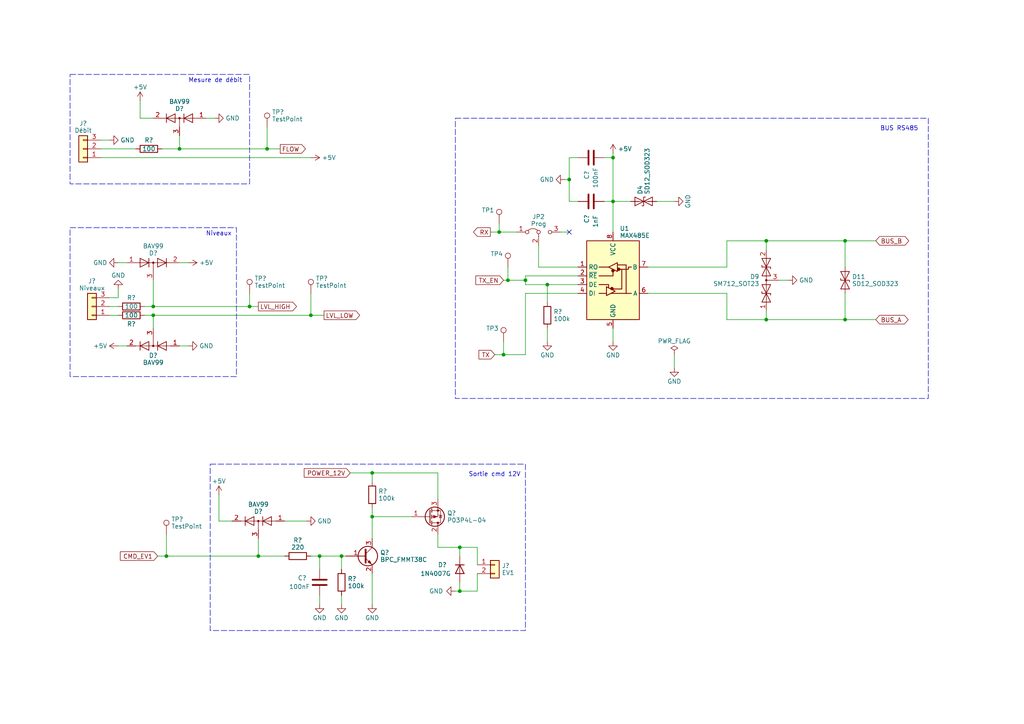
<source format=kicad_sch>
(kicad_sch (version 20230121) (generator eeschema)
  (paper "A4")
  (title_block (title "Carte de commande d'un OYA - Esclave RS485") (date "2024-05-05") (rev "G0") (company "BPC") (comment 1 "Technologie avec modules Arduino Nano / Petite carte") (comment 2 "Monitoring de tension d'alimentation") (comment 3 "1 sortie 12V/5A - 2 entrées TOR - 1 débimètre - 1 LED - Temp - RS485"))
  (lib_symbols
    (symbol "Connector:TestPoint" (pin_numbers hide) (pin_names (offset 0.762) hide)
      (property "Reference" "TP" (at 0 6.858 0))
      (property "Value" "TestPoint" (at 0 5.08 0))
      (symbol "TestPoint_0_1"
        (circle (center 0 3.302) (radius 0.762))
      )
      (symbol "TestPoint_1_1"
        (pin passive line (at 0 0 90) (length 2.54) (name "1") (number "1"))
      )
    )
    (symbol "Connector_Generic:Conn_01x02" (pin_names (offset 1.016) hide)
      (property "Reference" "J" (at 0 2.54 0))
      (property "Value" "Conn_01x02" (at 0 -5.08 0))
      (symbol "Conn_01x02_1_1"
        (rectangle (start -1.27 -2.413) (end 0 -2.667) (stroke (width 0.1524)))
        (rectangle (start -1.27 0.127) (end 0 -0.127) (stroke (width 0.1524)))
        (rectangle (start -1.27 1.27) (end 1.27 -3.81) (stroke (width 0.254)) (fill (type background)))
        (pin passive line (at -5.08 0 0) (length 3.81) (name "Pin_1") (number "1"))
        (pin passive line (at -5.08 -2.54 0) (length 3.81) (name "Pin_2") (number "2"))
      )
    )
    (symbol "Connector_Generic:Conn_01x03" (pin_names (offset 1.016) hide)
      (property "Reference" "J" (at 0 5.08 0))
      (property "Value" "Conn_01x03" (at 0 -5.08 0))
      (symbol "Conn_01x03_1_1"
        (rectangle (start -1.27 -2.413) (end 0 -2.667) (stroke (width 0.1524)))
        (rectangle (start -1.27 0.127) (end 0 -0.127) (stroke (width 0.1524)))
        (rectangle (start -1.27 2.667) (end 0 2.413) (stroke (width 0.1524)))
        (rectangle (start -1.27 3.81) (end 1.27 -3.81) (stroke (width 0.254)) (fill (type background)))
        (pin passive line (at -5.08 2.54 0) (length 3.81) (name "Pin_1") (number "1"))
        (pin passive line (at -5.08 0 0) (length 3.81) (name "Pin_2") (number "2"))
        (pin passive line (at -5.08 -2.54 0) (length 3.81) (name "Pin_3") (number "3"))
      )
    )
    (symbol "Device:C" (pin_numbers hide) (pin_names (offset 0.254))
      (property "Reference" "C" (at 0.635 2.54 0))
      (property "Value" "C" (at 0.635 -2.54 0))
      (symbol "C_0_1"
        (polyline (pts (xy -2.032 -0.762) (xy 2.032 -0.762)) (stroke (width 0.508)))
        (polyline (pts (xy -2.032 0.762) (xy 2.032 0.762)) (stroke (width 0.508)))
      )
      (symbol "C_1_1"
        (pin passive line (at 0 3.81 270) (length 2.794) (name "~") (number "1"))
        (pin passive line (at 0 -3.81 90) (length 2.794) (name "~") (number "2"))
      )
    )
    (symbol "Device:D" (pin_numbers hide) (pin_names (offset 1.016) hide)
      (property "Reference" "D" (at 0 2.54 0))
      (property "Value" "D" (at 0 -2.54 0))
      (symbol "D_0_1"
        (polyline (pts (xy -1.27 1.27) (xy -1.27 -1.27)) (stroke (width 0.254)))
        (polyline (pts (xy 1.27 0) (xy -1.27 0)))
        (polyline (pts (xy 1.27 1.27) (xy 1.27 -1.27) (xy -1.27 0) (xy 1.27 1.27)) (stroke (width 0.254)))
      )
      (symbol "D_1_1"
        (pin passive line (at -3.81 0 0) (length 2.54) (name "K") (number "1"))
        (pin passive line (at 3.81 0 180) (length 2.54) (name "A") (number "2"))
      )
    )
    (symbol "Device:R" (pin_numbers hide) (pin_names (offset 0))
      (property "Reference" "R" (at 2.032 0 90))
      (property "Value" "R" (at 0 0 90))
      (symbol "R_0_1"
        (rectangle (start -1.016 -2.54) (end 1.016 2.54) (stroke (width 0.254)))
      )
      (symbol "R_1_1"
        (pin passive line (at 0 3.81 270) (length 1.27) (name "~") (number "1"))
        (pin passive line (at 0 -3.81 90) (length 1.27) (name "~") (number "2"))
      )
    )
    (symbol "Diode:BAV99" (pin_names hide)
      (property "Reference" "D" (at 0 5.08 0))
      (property "Value" "BAV99" (at 0 2.54 0))
      (symbol "BAV99_0_1"
        (polyline (pts (xy -5.08 0) (xy 5.08 0)))
      )
      (symbol "BAV99_1_1"
        (polyline (pts (xy 0 0) (xy 0 -2.54)))
        (polyline (pts (xy -1.27 -1.27) (xy -1.27 1.27) (xy -1.27 1.27)) (stroke (width 0.2032)))
        (polyline (pts (xy 3.81 1.27) (xy 3.81 -1.27) (xy 3.81 -1.27)) (stroke (width 0.2032)))
        (polyline (pts (xy -3.81 1.27) (xy -1.27 0) (xy -3.81 -1.27) (xy -3.81 1.27) (xy -3.81 1.27) (xy -3.81 1.27)) (stroke (width 0.2032)))
        (polyline (pts (xy 1.27 1.27) (xy 3.81 0) (xy 1.27 -1.27) (xy 1.27 1.27) (xy 1.27 1.27) (xy 1.27 1.27)) (stroke (width 0.2032)))
        (circle (center 0 0) (radius 0.254) (fill (type outline)))
        (pin passive line (at -7.62 0 0) (length 2.54) (name "K") (number "1"))
        (pin passive line (at 7.62 0 180) (length 2.54) (name "A") (number "2"))
        (pin passive line (at 0 -5.08 90) (length 2.54) (name "K") (number "3"))
      )
    )
    (symbol "Diode:SD12_SOD323" (pin_numbers hide) (pin_names (offset 1.016) hide)
      (property "Reference" "D" (at 0 2.54 0))
      (property "Value" "SD12_SOD323" (at 0 -2.54 0))
      (symbol "SD12_SOD323_0_1"
        (polyline (pts (xy 1.27 0) (xy -1.27 0)))
        (polyline (pts (xy -2.54 -1.27) (xy 0 0) (xy -2.54 1.27) (xy -2.54 -1.27)) (stroke (width 0.2032)))
        (polyline (pts (xy 0.508 1.27) (xy 0 1.27) (xy 0 -1.27) (xy -0.508 -1.27)) (stroke (width 0.2032)))
        (polyline (pts (xy 2.54 1.27) (xy 2.54 -1.27) (xy 0 0) (xy 2.54 1.27)) (stroke (width 0.2032)))
      )
      (symbol "SD12_SOD323_1_1"
        (pin passive line (at -3.81 0 0) (length 2.54) (name "A1") (number "1"))
        (pin passive line (at 3.81 0 180) (length 2.54) (name "A2") (number "2"))
      )
    )
    (symbol "Diode:SM712_SOT23" (pin_names (offset 1.016) hide)
      (property "Reference" "D" (at 0 4.445 0))
      (property "Value" "SM712_SOT23" (at 0 2.54 0))
      (symbol "SM712_SOT23_0_0"
        (polyline (pts (xy 0 -1.27) (xy 0 0)))
      )
      (symbol "SM712_SOT23_0_1"
        (polyline (pts (xy -6.35 0) (xy 6.35 0)))
        (polyline (pts (xy -3.302 1.27) (xy -3.81 1.27) (xy -3.81 -1.27) (xy -4.318 -1.27)) (stroke (width 0.2032)))
        (polyline (pts (xy 4.318 1.27) (xy 3.81 1.27) (xy 3.81 -1.27) (xy 3.302 -1.27)) (stroke (width 0.2032)))
        (polyline (pts (xy -6.35 -1.27) (xy -1.27 1.27) (xy -1.27 -1.27) (xy -6.35 1.27) (xy -6.35 -1.27)) (stroke (width 0.2032)))
        (polyline (pts (xy 1.27 -1.27) (xy 1.27 1.27) (xy 6.35 -1.27) (xy 6.35 1.27) (xy 1.27 -1.27)) (stroke (width 0.2032)))
        (circle (center 0 0) (radius 0.254) (fill (type outline)))
      )
      (symbol "SM712_SOT23_1_1"
        (pin passive line (at -8.89 0 0) (length 2.54) (name "A1") (number "1"))
        (pin passive line (at 8.89 0 180) (length 2.54) (name "A2") (number "2"))
        (pin input line (at 0 -3.81 90) (length 2.54) (name "common") (number "3"))
      )
    )
    (symbol "Jumper:Jumper_3_Bridged12" (pin_names (offset 0) hide)
      (property "Reference" "JP" (at -2.54 -2.54 0))
      (property "Value" "Jumper_3_Bridged12" (at 0 2.794 0))
      (symbol "Jumper_3_Bridged12_0_0"
        (circle (center -3.302 0) (radius 0.508))
        (circle (center 0 0) (radius 0.508))
        (circle (center 3.302 0) (radius 0.508))
      )
      (symbol "Jumper_3_Bridged12_0_1"
        (arc (start -0.254 0.508) (mid -1.651 0.9912) (end -3.048 0.508))
        (polyline (pts (xy 0 -1.27) (xy 0 -0.508)))
      )
      (symbol "Jumper_3_Bridged12_1_1"
        (pin passive line (at -6.35 0 0) (length 2.54) (name "A") (number "1"))
        (pin passive line (at 0 -3.81 90) (length 2.54) (name "C") (number "2"))
        (pin passive line (at 6.35 0 180) (length 2.54) (name "B") (number "3"))
      )
    )
    (symbol "bpc:BPC_FMMT38C" (pin_names (offset 0) hide)
      (property "Reference" "Q" (at 5.08 1.27 0))
      (property "Value" "BPC_FMMT38C" (at 5.08 -1.27 0))
      (symbol "BPC_FMMT38C_0_1"
        (polyline (pts (xy 0.635 0.635) (xy 2.54 2.54)))
        (polyline (pts (xy 0.635 -0.635) (xy 2.54 -2.54) (xy 2.54 -2.54)))
        (polyline (pts (xy 0.635 1.905) (xy 0.635 -1.905) (xy 0.635 -1.905)) (stroke (width 0.508)))
        (polyline (pts (xy 1.27 -1.778) (xy 1.778 -1.27) (xy 2.286 -2.286) (xy 1.27 -1.778) (xy 1.27 -1.778)) (fill (type outline)))
        (circle (center 1.27 0) (radius 2.8194) (stroke (width 0.254)))
      )
      (symbol "BPC_FMMT38C_1_1"
        (pin input line (at -5.08 0 0) (length 5.715) (name "B") (number "1"))
        (pin passive line (at 2.54 -5.08 90) (length 2.54) (name "E") (number "2"))
        (pin passive line (at 2.54 5.08 270) (length 2.54) (name "C") (number "3"))
      )
    )
    (symbol "bpc:BPC_MAX485E"
      (property "Reference" "U" (at -6.096 11.43 0))
      (property "Value" "MAX485E" (at 0.762 11.43 0))
      (symbol "BPC_MAX485E_0_1"
        (rectangle (start -7.62 10.16) (end 7.62 -12.7) (stroke (width 0.254)) (fill (type background)))
        (circle (center -0.3048 -3.683) (radius 0.3556) (stroke (width 0.254)) (fill (type outline)))
        (circle (center -0.0254 1.4986) (radius 0.3556) (stroke (width 0.254)) (fill (type outline)))
        (polyline (pts (xy -4.064 -5.08) (xy -1.905 -5.08)) (stroke (width 0.254)))
        (polyline (pts (xy -4.064 2.54) (xy -1.27 2.54)) (stroke (width 0.254)))
        (polyline (pts (xy -1.27 -3.2004) (xy -1.27 -3.4544)) (stroke (width 0.254)))
        (polyline (pts (xy -0.635 -5.08) (xy 5.334 -5.08)) (stroke (width 0.254)))
        (polyline (pts (xy -4.064 -2.54) (xy -1.27 -2.54) (xy -1.27 -3.175)) (stroke (width 0.254)))
        (polyline (pts (xy 0 1.27) (xy 0 0) (xy -4.064 0)) (stroke (width 0.254)))
        (polyline (pts (xy 1.27 3.175) (xy 3.81 3.175) (xy 3.81 -5.08)) (stroke (width 0.254)))
        (polyline (pts (xy 2.54 1.905) (xy 2.54 -3.81) (xy 0 -3.81)) (stroke (width 0.254)))
        (polyline (pts (xy -1.905 -3.175) (xy -1.905 -5.715) (xy 0.635 -4.445) (xy -1.905 -3.175)) (stroke (width 0.254)))
        (polyline (pts (xy -1.27 2.54) (xy 1.27 3.81) (xy 1.27 1.27) (xy -1.27 2.54)) (stroke (width 0.254)))
        (polyline (pts (xy 1.905 1.905) (xy 4.445 1.905) (xy 4.445 2.54) (xy 5.334 2.54)) (stroke (width 0.254)))
        (rectangle (start 1.27 3.175) (end 1.27 3.175))
        (circle (center 1.651 1.905) (radius 0.3556) (stroke (width 0.254)) (fill (type outline)))
      )
      (symbol "BPC_MAX485E_1_1"
        (pin output line (at -10.16 2.54 0) (length 2.54) (name "RO") (number "1"))
        (pin input line (at -10.16 0 0) (length 2.54) (name "~{RE}") (number "2"))
        (pin input line (at -10.16 -2.54 0) (length 2.54) (name "DE") (number "3"))
        (pin input line (at -10.16 -5.08 0) (length 2.54) (name "DI") (number "4"))
        (pin power_in line (at 0 -15.24 90) (length 2.54) (name "GND") (number "5"))
        (pin bidirectional line (at 10.16 -5.08 180) (length 2.54) (name "A") (number "6"))
        (pin bidirectional line (at 10.16 2.54 180) (length 2.54) (name "B") (number "7"))
        (pin power_in line (at 0 12.7 270) (length 2.54) (name "VCC") (number "8"))
      )
    )
    (symbol "bpc:P03P4L-04" (pin_names (offset 0) hide)
      (property "Reference" "Q" (at 5.08 -1.27 0))
      (property "Value" "P03P4L-04" (at 5.08 1.27 0))
      (symbol "P03P4L-04_0_1"
        (polyline (pts (xy 0.254 -1.905) (xy 0.254 1.905)) (stroke (width 0.254)))
        (polyline (pts (xy 0.254 0) (xy -2.54 0)))
        (polyline (pts (xy 0.762 -2.286) (xy 0.762 -1.27)) (stroke (width 0.254)))
        (polyline (pts (xy 0.762 -0.508) (xy 0.762 0.508)) (stroke (width 0.254)))
        (polyline (pts (xy 0.762 1.27) (xy 0.762 2.286)) (stroke (width 0.254)))
        (polyline (pts (xy 2.54 -2.54) (xy 2.54 -1.778)))
        (polyline (pts (xy 2.54 2.54) (xy 2.54 0) (xy 0.762 0)))
        (polyline (pts (xy 0.762 -1.778) (xy 3.302 -1.778) (xy 3.302 1.778) (xy 0.762 1.778)))
        (polyline (pts (xy 2.286 0) (xy 1.27 -0.381) (xy 1.27 0.381) (xy 2.286 0)) (fill (type outline)))
        (polyline (pts (xy 2.794 0.508) (xy 2.921 0.381) (xy 3.683 0.381) (xy 3.81 0.254)))
        (polyline (pts (xy 3.302 0.381) (xy 2.921 -0.254) (xy 3.683 -0.254) (xy 3.302 0.381)))
        (circle (center 1.651 0) (radius 2.794) (stroke (width 0.254)))
        (circle (center 2.54 -1.778) (radius 0.254) (fill (type outline)))
        (circle (center 2.54 1.778) (radius 0.254) (fill (type outline)))
      )
      (symbol "P03P4L-04_1_1"
        (pin input line (at -5.08 0 0) (length 2.54) (name "G") (number "1"))
        (pin passive line (at 2.54 -5.08 90) (length 2.54) (name "D") (number "2"))
        (pin passive line (at 2.54 5.08 270) (length 2.54) (name "S") (number "3"))
      )
    )
    (symbol "power:+5V" (power) (pin_names (offset 0))
      (property "Value" "+5V" (at 0 3.556 0))
      (symbol "+5V_0_1"
        (polyline (pts (xy -0.762 1.27) (xy 0 2.54)))
        (polyline (pts (xy 0 0) (xy 0 2.54)))
        (polyline (pts (xy 0 2.54) (xy 0.762 1.27)))
      )
      (symbol "+5V_1_1"
        (pin power_in line (at 0 0 90) (length 0) hide (name "+5V") (number "1"))
      )
    )
    (symbol "power:GND" (power) (pin_names (offset 0))
      (property "Value" "GND" (at 0 -3.81 0))
      (symbol "GND_0_1"
        (polyline (pts (xy 0 0) (xy 0 -1.27) (xy 1.27 -1.27) (xy 0 -2.54) (xy -1.27 -1.27) (xy 0 -1.27)))
      )
      (symbol "GND_1_1"
        (pin power_in line (at 0 0 270) (length 0) hide (name "GND") (number "1"))
      )
    )
    (symbol "power:PWR_FLAG" (power) (pin_numbers hide) (pin_names (offset 0) hide)
      (property "Value" "PWR_FLAG" (at 0 3.81 0))
      (symbol "PWR_FLAG_0_0"
        (pin power_out line (at 0 0 90) (length 0) (name "pwr") (number "1"))
      )
      (symbol "PWR_FLAG_0_1"
        (polyline (pts (xy 0 0) (xy 0 1.27) (xy -1.016 1.905) (xy 0 2.54) (xy 1.016 1.905) (xy 0 1.27)))
      )
    )
  )
  (junction (at 222.25 92.71))
  (junction (at 44.45 91.44))
  (junction (at 133.35 158.75))
  (junction (at 44.45 88.9))
  (junction (at 165.1 52.07))
  (junction (at 152.4 81.28))
  (junction (at 158.75 82.55))
  (junction (at 77.47 43.18))
  (junction (at 107.95 137.16))
  (junction (at 146.05 102.87))
  (junction (at 90.17 91.44))
  (junction (at 92.71 161.29))
  (junction (at 133.35 171.45))
  (junction (at 245.11 92.71))
  (junction (at 74.93 161.29))
  (junction (at 107.95 149.86))
  (junction (at 144.78 67.31))
  (junction (at 99.06 161.29))
  (junction (at 177.8 58.42))
  (junction (at 177.8 45.72))
  (junction (at 147.32 81.28))
  (junction (at 52.07 43.18))
  (junction (at 245.11 69.85))
  (junction (at 48.26 161.29))
  (junction (at 72.39 88.9))
  (junction (at 222.25 69.85))
  (no_connect (at 165.1 67.31))
  (wire (pts (xy 48.26 154.94) (xy 48.26 161.29)))
  (wire (pts (xy 45.72 161.29) (xy 48.26 161.29)))
  (wire (pts (xy 77.47 43.18) (xy 81.28 43.18)))
  (wire (pts (xy 152.4 81.28) (xy 152.4 82.55)))
  (wire (pts (xy 63.5 151.13) (xy 67.31 151.13)))
  (wire (pts (xy 31.75 91.44) (xy 34.29 91.44)))
  (wire (pts (xy 92.71 161.29) (xy 99.06 161.29)))
  (wire (pts (xy 158.75 95.25) (xy 158.75 99.06)))
  (wire (pts (xy 167.64 58.42) (xy 165.1 58.42)))
  (wire (pts (xy 175.26 45.72) (xy 177.8 45.72)))
  (wire (pts (xy 52.07 43.18) (xy 77.47 43.18)))
  (wire (pts (xy 107.95 147.32) (xy 107.95 149.86)))
  (wire (pts (xy 142.24 67.31) (xy 144.78 67.31)))
  (wire (pts (xy 41.91 91.44) (xy 44.45 91.44)))
  (wire (pts (xy 74.93 161.29) (xy 82.55 161.29)))
  (wire (pts (xy 245.11 85.09) (xy 245.11 92.71)))
  (wire (pts (xy 40.64 34.29) (xy 44.45 34.29)))
  (wire (pts (xy 152.4 102.87) (xy 152.4 85.09)))
  (wire (pts (xy 210.82 92.71) (xy 210.82 85.09)))
  (wire (pts (xy 101.6 137.16) (xy 107.95 137.16)))
  (wire (pts (xy 44.45 81.28) (xy 44.45 88.9)))
  (wire (pts (xy 99.06 172.72) (xy 99.06 175.26)))
  (wire (pts (xy 46.99 43.18) (xy 52.07 43.18)))
  (wire (pts (xy 162.56 67.31) (xy 165.1 67.31)))
  (wire (pts (xy 59.69 34.29) (xy 62.23 34.29)))
  (wire (pts (xy 144.78 67.31) (xy 149.86 67.31)))
  (wire (pts (xy 210.82 77.47) (xy 210.82 69.85)))
  (wire (pts (xy 190.5 58.42) (xy 195.58 58.42)))
  (wire (pts (xy 226.06 81.28) (xy 228.6 81.28)))
  (wire (pts (xy 187.96 77.47) (xy 210.82 77.47)))
  (wire (pts (xy 138.43 163.83) (xy 138.43 158.75)))
  (wire (pts (xy 177.8 58.42) (xy 177.8 67.31)))
  (wire (pts (xy 144.78 64.77) (xy 144.78 67.31)))
  (wire (pts (xy 177.8 95.25) (xy 177.8 99.06)))
  (wire (pts (xy 34.29 86.36) (xy 31.75 86.36)))
  (wire (pts (xy 210.82 69.85) (xy 222.25 69.85)))
  (wire (pts (xy 29.21 40.64) (xy 31.75 40.64)))
  (wire (pts (xy 165.1 45.72) (xy 167.64 45.72)))
  (wire (pts (xy 245.11 92.71) (xy 254 92.71)))
  (wire (pts (xy 107.95 149.86) (xy 107.95 156.21)))
  (wire (pts (xy 77.47 36.83) (xy 77.47 43.18)))
  (wire (pts (xy 133.35 171.45) (xy 138.43 171.45)))
  (wire (pts (xy 158.75 82.55) (xy 167.64 82.55)))
  (wire (pts (xy 222.25 90.17) (xy 222.25 92.71)))
  (wire (pts (xy 152.4 82.55) (xy 158.75 82.55)))
  (wire (pts (xy 165.1 58.42) (xy 165.1 52.07)))
  (wire (pts (xy 44.45 91.44) (xy 44.45 95.25)))
  (wire (pts (xy 99.06 161.29) (xy 99.06 165.1)))
  (wire (pts (xy 90.17 85.09) (xy 90.17 91.44)))
  (wire (pts (xy 175.26 58.42) (xy 177.8 58.42)))
  (wire (pts (xy 146.05 99.06) (xy 146.05 102.87)))
  (wire (pts (xy 146.05 102.87) (xy 152.4 102.87)))
  (wire (pts (xy 127 144.78) (xy 127 137.16)))
  (wire (pts (xy 48.26 161.29) (xy 74.93 161.29)))
  (wire (pts (xy 44.45 88.9) (xy 41.91 88.9)))
  (wire (pts (xy 92.71 172.72) (xy 92.71 175.26)))
  (wire (pts (xy 152.4 80.01) (xy 167.64 80.01)))
  (wire (pts (xy 52.07 39.37) (xy 52.07 43.18)))
  (wire (pts (xy 107.95 166.37) (xy 107.95 175.26)))
  (wire (pts (xy 143.51 102.87) (xy 146.05 102.87)))
  (wire (pts (xy 72.39 88.9) (xy 74.93 88.9)))
  (wire (pts (xy 107.95 137.16) (xy 127 137.16)))
  (wire (pts (xy 222.25 69.85) (xy 222.25 72.39)))
  (wire (pts (xy 34.29 100.33) (xy 36.83 100.33)))
  (wire (pts (xy 167.64 77.47) (xy 156.21 77.47)))
  (wire (pts (xy 222.25 69.85) (xy 245.11 69.85)))
  (wire (pts (xy 82.55 151.13) (xy 88.9 151.13)))
  (wire (pts (xy 222.25 92.71) (xy 210.82 92.71)))
  (wire (pts (xy 195.58 102.87) (xy 195.58 106.68)))
  (wire (pts (xy 44.45 88.9) (xy 72.39 88.9)))
  (wire (pts (xy 132.08 171.45) (xy 133.35 171.45)))
  (wire (pts (xy 152.4 80.01) (xy 152.4 81.28)))
  (wire (pts (xy 127 154.94) (xy 127 158.75)))
  (wire (pts (xy 40.64 29.21) (xy 40.64 34.29)))
  (wire (pts (xy 133.35 158.75) (xy 133.35 161.29)))
  (wire (pts (xy 138.43 158.75) (xy 133.35 158.75)))
  (wire (pts (xy 29.21 45.72) (xy 90.17 45.72)))
  (wire (pts (xy 138.43 166.37) (xy 138.43 171.45)))
  (wire (pts (xy 34.29 83.82) (xy 34.29 86.36)))
  (wire (pts (xy 165.1 52.07) (xy 165.1 45.72)))
  (wire (pts (xy 177.8 58.42) (xy 182.88 58.42)))
  (wire (pts (xy 44.45 91.44) (xy 90.17 91.44)))
  (wire (pts (xy 107.95 137.16) (xy 107.95 139.7)))
  (wire (pts (xy 146.05 81.28) (xy 147.32 81.28)))
  (wire (pts (xy 222.25 92.71) (xy 245.11 92.71)))
  (wire (pts (xy 63.5 143.51) (xy 63.5 151.13)))
  (wire (pts (xy 245.11 69.85) (xy 245.11 77.47)))
  (wire (pts (xy 54.61 76.2) (xy 52.07 76.2)))
  (wire (pts (xy 72.39 85.09) (xy 72.39 88.9)))
  (wire (pts (xy 36.83 76.2) (xy 34.29 76.2)))
  (wire (pts (xy 163.83 52.07) (xy 165.1 52.07)))
  (wire (pts (xy 133.35 168.91) (xy 133.35 171.45)))
  (wire (pts (xy 74.93 156.21) (xy 74.93 161.29)))
  (wire (pts (xy 177.8 45.72) (xy 177.8 58.42)))
  (wire (pts (xy 107.95 149.86) (xy 119.38 149.86)))
  (wire (pts (xy 187.96 85.09) (xy 210.82 85.09)))
  (wire (pts (xy 158.75 82.55) (xy 158.75 87.63)))
  (wire (pts (xy 29.21 43.18) (xy 39.37 43.18)))
  (wire (pts (xy 90.17 161.29) (xy 92.71 161.29)))
  (wire (pts (xy 245.11 69.85) (xy 254 69.85)))
  (wire (pts (xy 34.29 88.9) (xy 31.75 88.9)))
  (wire (pts (xy 92.71 161.29) (xy 92.71 165.1)))
  (wire (pts (xy 147.32 81.28) (xy 152.4 81.28)))
  (wire (pts (xy 156.21 71.12) (xy 156.21 77.47)))
  (wire (pts (xy 99.06 161.29) (xy 100.33 161.29)))
  (wire (pts (xy 147.32 77.47) (xy 147.32 81.28)))
  (wire (pts (xy 177.8 44.45) (xy 177.8 45.72)))
  (wire (pts (xy 52.07 100.33) (xy 54.61 100.33)))
  (wire (pts (xy 90.17 91.44) (xy 93.98 91.44)))
  (wire (pts (xy 152.4 85.09) (xy 167.64 85.09)))
  (wire (pts (xy 133.35 158.75) (xy 127 158.75)))
  (rectangle (start 20.32 66.04) (end 68.58 109.22) (stroke (width 0) (type dash)))
  (rectangle (start 132.08 34.29) (end 269.24 115.57) (stroke (width 0) (type dash)))
  (rectangle (start 20.32 21.59) (end 72.39 53.34) (stroke (width 0) (type dash)))
  (rectangle (start 60.96 134.62) (end 152.4 182.88) (stroke (width 0) (type dash)))
  (text "Mesure de débit" (at 54.61 24.13 0) (effects (font (size 1.27 1.27)) (justify left bottom)))
  (text "BUS RS485" (at 255.27 38.1 0) (effects (font (size 1.27 1.27)) (justify left bottom)))
  (text "Sortie cmd 12V" (at 135.89 138.43 0) (effects (font (size 1.27 1.27)) (justify left bottom)))
  (text "Niveaux" (at 59.69 68.58 0) (effects (font (size 1.27 1.27)) (justify left bottom)))
  (global_label "TX" (shape input) (at 143.51 102.87 180) (property "Intersheetrefs" "${INTERSHEET_REFS}" (effects hide)))
  (global_label "FLOW" (shape output) (at 81.28 43.18 0) (property "Intersheetrefs" "${INTERSHEET_REFS}" (effects hide)))
  (global_label "CMD_EV1" (shape input) (at 45.72 161.29 180) (property "Intersheetrefs" "${INTERSHEET_REFS}" (effects hide)))
  (global_label "BUS_B" (shape tri_state) (at 254 69.85 0) (property "Intersheetrefs" "${INTERSHEET_REFS}" (effects hide)))
  (global_label "POWER_12V" (shape input) (at 101.6 137.16 180) (property "Intersheetrefs" "${INTERSHEET_REFS}" (effects hide)))
  (global_label "BUS_A" (shape tri_state) (at 254 92.71 0) (property "Intersheetrefs" "${INTERSHEET_REFS}" (effects hide)))
  (global_label "TX_EN" (shape input) (at 146.05 81.28 180) (property "Intersheetrefs" "${INTERSHEET_REFS}" (effects hide)))
  (global_label "LVL_HIGH" (shape output) (at 74.93 88.9 0) (property "Intersheetrefs" "${INTERSHEET_REFS}" (effects hide)))
  (global_label "RX" (shape output) (at 142.24 67.31 180) (property "Intersheetrefs" "${INTERSHEET_REFS}" (effects hide)))
  (global_label "LVL_LOW" (shape output) (at 93.98 91.44 0) (property "Intersheetrefs" "${INTERSHEET_REFS}" (effects hide)))
  (symbol (lib_id "power:GND") (at 34.29 76.2 270) (unit 1)
    (property "Reference" "#PWR?" (effects hide))
    (property "Value" "GND" (at 31.115 76.2 90) (effects (justify right)))
    (instances (project "jard_rs485_slave_mods2" (path "" (reference "#PWR?") (unit 1)) (path "" (reference "#PWR020") (unit 1))))
  )
  (symbol (lib_id "power:GND") (at 195.58 106.68 0) (unit 1)
    (property "Reference" "#PWR?" (effects hide))
    (property "Value" "GND" (at 195.58 110.625 0))
    (instances (project "jard_rs485_slave_mods2" (path "" (reference "#PWR?") (unit 1)) (path "" (reference "#PWR02") (unit 1)) (path "" (reference "#PWR016") (unit 1))))
  )
  (symbol (lib_id "power:+5V") (at 54.61 76.2 270) (unit 1)
    (property "Reference" "#PWR?" (effects hide))
    (property "Value" "+5V" (at 57.785 76.2 90) (effects (justify left)))
    (instances (project "jard_rs485_slave_mods2" (path "" (reference "#PWR?") (unit 1)) (path "" (reference "#PWR025") (unit 1))))
  )
  (symbol (lib_id "Device:C") (at 171.45 45.72 90) (unit 1)
    (property "Reference" "C?" (at 170.18 52.07 0) (effects (justify left)))
    (property "Value" "100nF" (at 172.72 54.61 0) (effects (justify left)))
    (property "Footprint" "Capacitor_SMD:C_0603_1608Metric" (effects hide))
    (property "RefFabricant" "C0603C104K1RACTU" (effects hide))
    (property "RefFournisseur" "4199453" (effects hide))
    (property "Fabricant" "KEMET" (effects hide))
    (property "Fournisseur" "Farnell" (effects hide))
    (property "Description" "Condensateur céramique 100nF" (effects hide))
    (property "Price" "0,42" (effects hide))
    (instances (project "jard_rs485_slave_mods2" (path "" (reference "C?") (unit 1)) (path "" (reference "C1") (unit 1))))
  )
  (symbol (lib_id "Device:R") (at 38.1 88.9 90) (unit 1)
    (property "Reference" "R?" (at 38.1 86.36 90))
    (property "Value" "100" (at 38.1 88.9 90))
    (property "Footprint" "Resistor_SMD:R_0805_2012Metric_Pad1.20x1.40mm_HandSolder" (effects hide))
    (property "RefFabricant" "CRCW0805100RFKTA" (effects hide))
    (property "RefFournisseur" "1652906" (effects hide))
    (property "Fabricant" "VISHAY" (effects hide))
    (property "Fournisseur" "Farnell" (effects hide))
    (property "Description" "Résistance 100 Ohms" (effects hide))
    (property "Price" "0,0522" (effects hide))
    (instances (project "jard_rs485_slave_mods2" (path "" (reference "R?") (unit 1)) (path "" (reference "R8") (unit 1))))
  )
  (symbol (lib_id "bpc:P03P4L-04") (at 124.46 149.86 0) (unit 1)
    (property "Reference" "Q?" (at 129.667 148.836 0) (effects (justify left)))
    (property "Value" "P03P4L-04" (at 129.667 150.884 0) (effects (justify left)))
    (property "Footprint" "Package_TO_SOT_THT:TO-220-3_Vertical" (effects hide))
    (property "RefFabricant" "IPP80P03P4L04AKSA1" (effects hide))
    (property "RefFournisseur" "823-5554P" (effects hide))
    (property "Fabricant" "INFINEON TECHNOLOGIES" (effects hide))
    (property "Description" "MOS type P" (effects hide))
    (property "Fournisseur" "Radiospares" (effects hide))
    (property "Price" "2,707" (effects hide))
    (instances (project "jard_rs485_slave_mods2" (path "" (reference "Q?") (unit 1)) (path "" (reference "Q6") (unit 1))))
  )
  (symbol (lib_id "Diode:BAV99") (at 44.45 76.2 0) (unit 1)
    (property "Reference" "D?" (at 44.45 73.4234 0))
    (property "Value" "BAV99" (at 44.45 71.3754 0))
    (property "Footprint" "Package_TO_SOT_SMD:SOT-23" (effects hide))
    (property "Datasheet" "https://assets.nexperia.com/documents/data-sheet/BAV99_SER.pdf" (effects hide))
    (property "RefFabricant" "BAV99" (effects hide))
    (property "RefFournisseur" "2675152" (effects hide))
    (property "Fabricant" "MULTICOMP PRO" (effects hide))
    (property "Fournisseur" "Farnell" (effects hide))
    (property "Description" "Diodes signaux faibles" (effects hide))
    (property "Price" "0,0994" (effects hide))
    (instances (project "jard_rs485_slave_mods2" (path "" (reference "D?") (unit 1)) (path "" (reference "D6") (unit 1))))
  )
  (symbol (lib_id "bpc:BPC_FMMT38C") (at 105.41 161.29 0) (unit 1)
    (property "Reference" "Q?" (at 110.2614 160.266 0) (effects (justify left)))
    (property "Value" "BPC_FMMT38C" (at 110.2614 162.314 0) (effects (justify left)))
    (property "Footprint" "bpc:BPC_SOT-23-3" (effects hide))
    (property "RefFabricant" "FMMT38C" (effects hide))
    (property "RefFournisseur" "9526315" (effects hide))
    (property "Fabricant" "DIODES" (effects hide))
    (property "Fournisseur" "Farnell" (effects hide))
    (property "Description" "Transistor NPN" (effects hide))
    (property "Price" "1,1844" (effects hide))
    (instances (project "jard_rs485_slave_mods2" (path "" (reference "Q?") (unit 1)) (path "" (reference "Q4") (unit 1))))
  )
  (symbol (lib_id "Connector:TestPoint") (at 90.17 85.09 0) (unit 1)
    (property "Reference" "TP?" (at 91.567 80.764 0) (effects (justify left)))
    (property "Value" "TestPoint" (at 91.567 82.812 0) (effects (justify left)))
    (property "Footprint" "TestPoint:TestPoint_Pad_D1.5mm" (effects hide))
    (property "Price" "0" (effects hide))
    (instances (project "jard_rs485_slave_mods2" (path "" (reference "TP?") (unit 1)) (path "" (reference "TP13") (unit 1))))
  )
  (symbol (lib_id "power:GND") (at 99.06 175.26 0) (unit 1)
    (property "Reference" "#PWR?" (effects hide))
    (property "Value" "GND" (at 99.06 179.205 0))
    (instances (project "jard_rs485_slave_mods2" (path "" (reference "#PWR?") (unit 1)) (path "" (reference "#PWR036") (unit 1))))
  )
  (symbol (lib_id "Diode:SM712_SOT23") (at 222.25 81.28 90) (unit 1)
    (property "Reference" "D9" (at 220.2434 80.256 90) (effects (justify left)))
    (property "Value" "SM712_SOT23" (at 220.2434 82.304 90) (effects (justify left)))
    (property "Footprint" "Package_TO_SOT_SMD:SOT-23" (effects hide))
    (property "Datasheet" "https://www.littelfuse.com/~/media/electronics/datasheets/tvs_diode_arrays/littelfuse_tvs_diode_array_sm712_datasheet.pdf.pdf" (effects hide))
    (property "RefFabricant" "SM712.TCT" (effects hide))
    (property "RefFournisseur" "1456395RL" (effects hide))
    (property "Fabricant" "SEMTECH" (effects hide))
    (property "Fournisseur" "Farnell" (effects hide))
    (property "Description" "Diode TVS" (effects hide))
    (property "Price" "1,1964" (effects hide))
  )
  (symbol (lib_id "Connector_Generic:Conn_01x03") (at 24.13 43.18 180) (unit 1)
    (property "Reference" "J?" (at 24.13 35.79 0))
    (property "Value" "Débit" (at 24.13 37.838 0))
    (property "Footprint" "TerminalBlock_Phoenix:TerminalBlock_Phoenix_MPT-0,5-3-2.54_1x03_P2.54mm_Horizontal" (effects hide))
    (property "RefFabricant" "1725669" (effects hide))
    (property "RefFournisseur" "3041360" (effects hide))
    (property "Fabricant" "PHOENIX CONTACT" (effects hide))
    (property "Fournisseur" "Farnell" (effects hide))
    (property "Description" "Bornier 3 contacts 2.54mm" (effects hide))
    (property "Price" "3,408" (effects hide))
    (instances (project "jard_rs485_slave_mods2" (path "" (reference "J?") (unit 1)) (path "" (reference "J3") (unit 1))))
  )
  (symbol (lib_id "power:GND") (at 54.61 100.33 90) (unit 1)
    (property "Reference" "#PWR?" (effects hide))
    (property "Value" "GND" (at 57.785 100.33 90) (effects (justify right)))
    (instances (project "jard_rs485_slave_mods2" (path "" (reference "#PWR?") (unit 1)) (path "" (reference "#PWR026") (unit 1))))
  )
  (symbol (lib_id "power:+5V") (at 40.64 29.21 0) (unit 1)
    (property "Reference" "#PWR?" (effects hide))
    (property "Value" "+5V" (at 40.64 25.265 0))
    (instances (project "jard_rs485_slave_mods2" (path "" (reference "#PWR?") (unit 1)) (path "" (reference "#PWR023") (unit 1))))
  )
  (symbol (lib_id "power:GND") (at 228.6 81.28 90) (unit 1)
    (property "Reference" "#PWR?" (effects hide))
    (property "Value" "GND" (at 231.775 81.28 90) (effects (justify right)))
    (instances (project "jard_rs485_slave_mods2" (path "" (reference "#PWR?") (unit 1)) (path "" (reference "#PWR010") (unit 1)) (path "" (reference "#PWR010") (unit 1))))
  )
  (symbol (lib_id "Connector:TestPoint") (at 72.39 85.09 0) (unit 1)
    (property "Reference" "TP?" (at 73.787 80.764 0) (effects (justify left)))
    (property "Value" "TestPoint" (at 73.787 82.812 0) (effects (justify left)))
    (property "Footprint" "TestPoint:TestPoint_Pad_D1.5mm" (effects hide))
    (property "Price" "0" (effects hide))
    (instances (project "jard_rs485_slave_mods2" (path "" (reference "TP?") (unit 1)) (path "" (reference "TP12") (unit 1))))
  )
  (symbol (lib_id "Device:R") (at 99.06 168.91 0) (unit 1)
    (property "Reference" "R?" (at 100.838 167.886 0) (effects (justify left)))
    (property "Value" "100k" (at 100.838 169.934 0) (effects (justify left)))
    (property "Footprint" "Resistor_SMD:R_0805_2012Metric_Pad1.20x1.40mm_HandSolder" (effects hide))
    (property "RefFabricant" "MCHVR05JTEW1003" (effects hide))
    (property "RefFournisseur" "2826073" (effects hide))
    (property "Fabricant" "MULTICOMP PRO" (effects hide))
    (property "Fournisseur" "Farnell" (effects hide))
    (property "Description" "Résistance 100 kOhms" (effects hide))
    (property "Price" "0,0522" (effects hide))
    (instances (project "jard_rs485_slave_mods2" (path "" (reference "R?") (unit 1)) (path "" (reference "R15") (unit 1))))
  )
  (symbol (lib_id "Connector:TestPoint") (at 146.05 99.06 0) (unit 1)
    (property "Reference" "TP3" (at 140.97 95.25 0) (effects (justify left)))
    (property "Value" "TestPoint" (effects hide))
    (property "Footprint" "TestPoint:TestPoint_Pad_D1.5mm" (effects hide))
    (property "Price" "0" (effects hide))
  )
  (symbol (lib_id "Diode:BAV99") (at 52.07 34.29 0) (mirror y) (unit 1)
    (property "Reference" "D?" (at 52.07 31.5134 0))
    (property "Value" "BAV99" (at 52.07 29.4654 0))
    (property "Footprint" "Package_TO_SOT_SMD:SOT-23" (effects hide))
    (property "Datasheet" "https://assets.nexperia.com/documents/data-sheet/BAV99_SER.pdf" (effects hide))
    (property "RefFabricant" "BAV99" (effects hide))
    (property "RefFournisseur" "2675152" (effects hide))
    (property "Fabricant" "MULTICOMP PRO" (effects hide))
    (property "Fournisseur" "Farnell" (effects hide))
    (property "Description" "Diodes signaux faibles" (effects hide))
    (property "Price" "0,0994" (effects hide))
    (instances (project "jard_rs485_slave_mods2" (path "" (reference "D?") (unit 1)) (path "" (reference "D8") (unit 1))))
  )
  (symbol (lib_id "bpc:BPC_MAX485E") (at 177.8 80.01 0) (unit 1)
    (property "Reference" "U1" (at 179.7559 66.27 0) (effects (justify left)))
    (property "Value" "MAX485E" (at 179.7559 68.318 0) (effects (justify left)))
    (property "Footprint" "bpc:BPC_MAX485E_SOIC127P600X175-8N" (effects hide))
    (property "Datasheet" "https://datasheets.maximintegrated.com/en/ds/MAX1487E-MAX491E.pdf" (effects hide))
  )
  (symbol (lib_id "Device:R") (at 38.1 91.44 90) (unit 1)
    (property "Reference" "R?" (at 38.1 93.98 90))
    (property "Value" "100" (at 38.1 91.44 90))
    (property "Footprint" "Resistor_SMD:R_0805_2012Metric_Pad1.20x1.40mm_HandSolder" (effects hide))
    (property "RefFabricant" "CRCW0805100RFKTA" (effects hide))
    (property "RefFournisseur" "1652906" (effects hide))
    (property "Fabricant" "VISHAY" (effects hide))
    (property "Fournisseur" "Farnell" (effects hide))
    (property "Description" "Résistance 100 Ohms" (effects hide))
    (property "Price" "0,0522" (effects hide))
    (instances (project "jard_rs485_slave_mods2" (path "" (reference "R?") (unit 1)) (path "" (reference "R9") (unit 1))))
  )
  (symbol (lib_id "power:GND") (at 195.58 58.42 90) (unit 1)
    (property "Reference" "#PWR?" (effects hide))
    (property "Value" "GND" (at 199.525 58.42 0))
    (instances (project "jard_rs485_slave_mods2" (path "" (reference "#PWR?") (unit 1)) (path "" (reference "#PWR02") (unit 1)) (path "" (reference "#PWR02") (unit 1))))
  )
  (symbol (lib_id "Connector_Generic:Conn_01x03") (at 26.67 88.9 180) (unit 1)
    (property "Reference" "J?" (at 26.67 81.51 0))
    (property "Value" "Niveaux" (at 26.67 83.558 0))
    (property "Footprint" "TerminalBlock_Phoenix:TerminalBlock_Phoenix_MPT-0,5-3-2.54_1x03_P2.54mm_Horizontal" (effects hide))
    (property "RefFabricant" "1725669" (effects hide))
    (property "RefFournisseur" "3041360" (effects hide))
    (property "Fabricant" "PHOENIX CONTACT" (effects hide))
    (property "Fournisseur" "Farnell" (effects hide))
    (property "Description" "Bornier 3 contacts 2.54mm" (effects hide))
    (property "Price" "3,408" (effects hide))
    (instances (project "jard_rs485_slave_mods2" (path "" (reference "J?") (unit 1)) (path "" (reference "J4") (unit 1))))
  )
  (symbol (lib_id "Connector_Generic:Conn_01x02") (at 143.51 163.83 0) (unit 1)
    (property "Reference" "J?" (at 145.542 164.076 0) (effects (justify left)))
    (property "Value" "EV1" (at 145.542 166.124 0) (effects (justify left)))
    (property "Footprint" "TerminalBlock_Phoenix:TerminalBlock_Phoenix_MPT-0,5-2-2.54_1x02_P2.54mm_Horizontal" (effects hide))
    (property "RefFabricant" "1725656" (effects hide))
    (property "RefFournisseur" "3041359" (effects hide))
    (property "Fabricant" "PHOENIX CONTACT" (effects hide))
    (property "Fournisseur" "Farnell" (effects hide))
    (property "Description" "Bornier 2 contacts 2.54mm" (effects hide))
    (property "Price" "2,472" (effects hide))
    (instances (project "jard_rs485_slave_mods2" (path "" (reference "J?") (unit 1)) (path "" (reference "J6") (unit 1))))
  )
  (symbol (lib_id "Device:R") (at 107.95 143.51 0) (unit 1)
    (property "Reference" "R?" (at 109.728 142.486 0) (effects (justify left)))
    (property "Value" "100k" (at 109.728 144.534 0) (effects (justify left)))
    (property "Footprint" "Resistor_SMD:R_0805_2012Metric_Pad1.20x1.40mm_HandSolder" (effects hide))
    (property "RefFabricant" "MCHVR05JTEW1003" (effects hide))
    (property "RefFournisseur" "2826073" (effects hide))
    (property "Fabricant" "MULTICOMP PRO" (effects hide))
    (property "Fournisseur" "Farnell" (effects hide))
    (property "Description" "Résistance 100 kOhms" (effects hide))
    (property "Price" "0,0522" (effects hide))
    (instances (project "jard_rs485_slave_mods2" (path "" (reference "R?") (unit 1)) (path "" (reference "R17") (unit 1))))
  )
  (symbol (lib_id "power:+5V") (at 63.5 143.51 0) (unit 1)
    (property "Reference" "#PWR?" (effects hide))
    (property "Value" "+5V" (at 63.5 139.565 0))
    (instances (project "jard_rs485_slave_mods2" (path "" (reference "#PWR?") (unit 1)) (path "" (reference "#PWR029") (unit 1))))
  )
  (symbol (lib_id "Diode:BAV99") (at 44.45 100.33 180) (unit 1)
    (property "Reference" "D?" (at 44.45 103.1066 0))
    (property "Value" "BAV99" (at 44.45 105.1546 0))
    (property "Footprint" "Package_TO_SOT_SMD:SOT-23" (effects hide))
    (property "Datasheet" "https://assets.nexperia.com/documents/data-sheet/BAV99_SER.pdf" (effects hide))
    (property "RefFabricant" "BAV99" (effects hide))
    (property "RefFournisseur" "2675152" (effects hide))
    (property "Fabricant" "MULTICOMP PRO" (effects hide))
    (property "Fournisseur" "Farnell" (effects hide))
    (property "Description" "Diodes signaux faibles" (effects hide))
    (property "Price" "0,0994" (effects hide))
    (instances (project "jard_rs485_slave_mods2" (path "" (reference "D?") (unit 1)) (path "" (reference "D7") (unit 1))))
  )
  (symbol (lib_id "power:GND") (at 177.8 99.06 0) (unit 1)
    (property "Reference" "#PWR?" (effects hide))
    (property "Value" "GND" (at 177.8 103.005 0))
    (instances (project "jard_rs485_slave_mods2" (path "" (reference "#PWR?") (unit 1)) (path "" (reference "#PWR02") (unit 1)) (path "" (reference "#PWR06") (unit 1))))
  )
  (symbol (lib_id "power:+5V") (at 34.29 100.33 90) (unit 1)
    (property "Reference" "#PWR?" (effects hide))
    (property "Value" "+5V" (at 31.1151 100.33 90) (effects (justify left)))
    (instances (project "jard_rs485_slave_mods2" (path "" (reference "#PWR?") (unit 1)) (path "" (reference "#PWR022") (unit 1))))
  )
  (symbol (lib_id "power:+5V") (at 90.17 45.72 270) (unit 1)
    (property "Reference" "#PWR?" (effects hide))
    (property "Value" "+5V" (at 93.345 45.72 90) (effects (justify left)))
    (instances (project "jard_rs485_slave_mods2" (path "" (reference "#PWR?") (unit 1)) (path "" (reference "#PWR08") (unit 1))))
  )
  (symbol (lib_id "power:GND") (at 62.23 34.29 90) (unit 1)
    (property "Reference" "#PWR?" (effects hide))
    (property "Value" "GND" (at 65.405 34.29 90) (effects (justify right)))
    (instances (project "jard_rs485_slave_mods2" (path "" (reference "#PWR?") (unit 1)) (path "" (reference "#PWR027") (unit 1))))
  )
  (symbol (lib_id "Connector:TestPoint") (at 77.47 36.83 0) (unit 1)
    (property "Reference" "TP?" (at 78.867 32.504 0) (effects (justify left)))
    (property "Value" "TestPoint" (at 78.867 34.552 0) (effects (justify left)))
    (property "Footprint" "TestPoint:TestPoint_Pad_D1.5mm" (effects hide))
    (property "Price" "0" (effects hide))
    (instances (project "jard_rs485_slave_mods2" (path "" (reference "TP?") (unit 1)) (path "" (reference "TP11") (unit 1))))
  )
  (symbol (lib_id "power:GND") (at 31.75 40.64 90) (unit 1)
    (property "Reference" "#PWR?" (effects hide))
    (property "Value" "GND" (at 34.925 40.64 90) (effects (justify right)))
    (instances (project "jard_rs485_slave_mods2" (path "" (reference "#PWR?") (unit 1)) (path "" (reference "#PWR019") (unit 1))))
  )
  (symbol (lib_id "power:GND") (at 88.9 151.13 90) (unit 1)
    (property "Reference" "#PWR?" (effects hide))
    (property "Value" "GND" (at 92.075 151.13 90) (effects (justify right)))
    (instances (project "jard_rs485_slave_mods2" (path "" (reference "#PWR?") (unit 1)) (path "" (reference "#PWR031") (unit 1))))
  )
  (symbol (lib_id "power:+5V") (at 177.8 44.45 0) (unit 1)
    (property "Reference" "#PWR03" (effects hide))
    (property "Value" "+5V" (at 179.197 43.18 0) (effects (justify left)))
  )
  (symbol (lib_id "Device:C") (at 92.71 168.91 0) (unit 1)
    (property "Reference" "C?" (at 86.36 167.64 0) (effects (justify left)))
    (property "Value" "100nF" (at 83.82 170.18 0) (effects (justify left)))
    (property "Footprint" "Capacitor_SMD:C_0603_1608Metric" (effects hide))
    (property "RefFabricant" "C0603C104K1RACTU" (effects hide))
    (property "RefFournisseur" "4199453" (effects hide))
    (property "Fabricant" "KEMET" (effects hide))
    (property "Fournisseur" "Farnell" (effects hide))
    (property "Description" "Condensateur céramique 100nF" (effects hide))
    (property "Price" "0,42" (effects hide))
    (instances (project "jard_rs485_slave_mods2" (path "" (reference "C?") (unit 1)) (path "" (reference "C6") (unit 1))))
  )
  (symbol (lib_id "Device:R") (at 86.36 161.29 90) (unit 1)
    (property "Reference" "R?" (at 86.36 156.694 90))
    (property "Value" "220" (at 86.36 158.742 90))
    (property "Footprint" "Resistor_SMD:R_0805_2012Metric_Pad1.20x1.40mm_HandSolder" (effects hide))
    (property "RefFabricant" "MCMR06X224 JTL" (effects hide))
    (property "RefFournisseur" "2073437" (effects hide))
    (property "Fabricant" "MULTICOMP PRO" (effects hide))
    (property "Fournisseur" "Farnell" (effects hide))
    (property "Description" "Résistance 220 Ohms" (effects hide))
    (property "Price" "0,009" (effects hide))
    (instances (project "jard_rs485_slave_mods2" (path "" (reference "R?") (unit 1)) (path "" (reference "R13") (unit 1))))
  )
  (symbol (lib_id "Device:R") (at 43.18 43.18 90) (unit 1)
    (property "Reference" "R?" (at 43.18 40.64 90))
    (property "Value" "100" (at 43.18 43.18 90))
    (property "Footprint" "Resistor_SMD:R_0805_2012Metric_Pad1.20x1.40mm_HandSolder" (effects hide))
    (property "RefFabricant" "CRCW0805100RFKTA" (effects hide))
    (property "RefFournisseur" "1652906" (effects hide))
    (property "Fabricant" "VISHAY" (effects hide))
    (property "Fournisseur" "Farnell" (effects hide))
    (property "Description" "Résistance 100 Ohms" (effects hide))
    (property "Price" "0,0522" (effects hide))
    (instances (project "jard_rs485_slave_mods2" (path "" (reference "R?") (unit 1)) (path "" (reference "R7") (unit 1))))
  )
  (symbol (lib_id "power:GND") (at 107.95 175.26 0) (unit 1)
    (property "Reference" "#PWR?" (effects hide))
    (property "Value" "GND" (at 107.95 179.205 0))
    (instances (project "jard_rs485_slave_mods2" (path "" (reference "#PWR?") (unit 1)) (path "" (reference "#PWR038") (unit 1))))
  )
  (symbol (lib_id "Diode:SD12_SOD323") (at 245.11 81.28 90) (unit 1)
    (property "Reference" "D11" (at 247.1166 80.256 90) (effects (justify right)))
    (property "Value" "SD12_SOD323" (at 247.1166 82.304 90) (effects (justify right)))
    (property "Footprint" "Diode_SMD:D_SOD-323" (effects hide))
    (property "Datasheet" "https://www.littelfuse.com/~/media/electronics/datasheets/tvs_diode_arrays/littelfuse_tvs_diode_array_sd_c_datasheet.pdf.pdf" (effects hide))
    (property "RefFabricant" "SD12-7" (effects hide))
    (property "RefFournisseur" "3945781RL" (effects hide))
    (property "Fabricant" "DIODES INC" (effects hide))
    (property "Fournisseur" "Farnell" (effects hide))
    (property "Description" "Diodes TVS simples" (effects hide))
    (property "Price" "0,1272" (effects hide))
  )
  (symbol (lib_id "Connector:TestPoint") (at 48.26 154.94 0) (unit 1)
    (property "Reference" "TP?" (at 49.657 150.614 0) (effects (justify left)))
    (property "Value" "TestPoint" (at 49.657 152.662 0) (effects (justify left)))
    (property "Footprint" "TestPoint:TestPoint_Pad_D1.5mm" (effects hide))
    (property "Price" "0" (effects hide))
    (instances (project "jard_rs485_slave_mods2" (path "" (reference "TP?") (unit 1)) (path "" (reference "TP15") (unit 1))))
  )
  (symbol (lib_id "Device:C") (at 171.45 58.42 90) (unit 1)
    (property "Reference" "C?" (at 170.18 64.77 0) (effects (justify left)))
    (property "Value" "1nF" (at 172.72 66.04 0) (effects (justify left)))
    (property "Footprint" "Capacitor_SMD:C_0603_1608Metric" (effects hide))
    (property "RefFabricant" "C0603C104K1RACTU" (effects hide))
    (property "RefFournisseur" "4199453" (effects hide))
    (property "Fabricant" "KEMET" (effects hide))
    (property "Fournisseur" "Farnell" (effects hide))
    (property "Description" "Condensateur céramique 100nF" (effects hide))
    (property "Price" "0,42" (effects hide))
    (instances (project "jard_rs485_slave_mods2" (path "" (reference "C?") (unit 1)) (path "" (reference "C2") (unit 1))))
  )
  (symbol (lib_id "Device:R") (at 158.75 91.44 0) (unit 1)
    (property "Reference" "R?" (at 160.528 90.416 0) (effects (justify left)))
    (property "Value" "100k" (at 160.528 92.464 0) (effects (justify left)))
    (property "Footprint" "Resistor_SMD:R_0805_2012Metric_Pad1.20x1.40mm_HandSolder" (effects hide))
    (property "RefFabricant" "MCHVR05JTEW1003" (effects hide))
    (property "RefFournisseur" "2826073" (effects hide))
    (property "Fabricant" "MULTICOMP PRO" (effects hide))
    (property "Fournisseur" "Farnell" (effects hide))
    (property "Description" "Résistance 100 kOhms" (effects hide))
    (property "Price" "0,0522" (effects hide))
    (instances (project "jard_rs485_slave_mods2" (path "" (reference "R?") (unit 1)) (path "" (reference "R3") (unit 1))))
  )
  (symbol (lib_id "Diode:SD12_SOD323") (at 186.69 58.42 0) (unit 1)
    (property "Reference" "D4" (at 185.666 56.4134 90) (effects (justify left)))
    (property "Value" "SD12_SOD323" (at 187.714 56.4134 90) (effects (justify left)))
    (property "Footprint" "Diode_SMD:D_SOD-323" (effects hide))
    (property "Datasheet" "https://www.littelfuse.com/~/media/electronics/datasheets/tvs_diode_arrays/littelfuse_tvs_diode_array_sd_c_datasheet.pdf.pdf" (effects hide))
    (property "RefFabricant" "SD12-7" (effects hide))
    (property "RefFournisseur" "3945781RL" (effects hide))
    (property "Fabricant" "DIODES INC" (effects hide))
    (property "Fournisseur" "Farnell" (effects hide))
    (property "Description" "Diodes TVS simples" (effects hide))
    (property "Price" "0,1272" (effects hide))
  )
  (symbol (lib_id "power:GND") (at 132.08 171.45 270) (unit 1)
    (property "Reference" "#PWR?" (effects hide))
    (property "Value" "GND" (at 124.46 171.45 90) (effects (justify left)))
    (instances (project "jard_rs485_slave_mods2" (path "" (reference "#PWR?") (unit 1)) (path "" (reference "#PWR040") (unit 1))))
  )
  (symbol (lib_id "power:GND") (at 34.29 83.82 180) (unit 1)
    (property "Reference" "#PWR?" (effects hide))
    (property "Value" "GND" (at 34.29 79.875 0))
    (instances (project "jard_rs485_slave_mods2" (path "" (reference "#PWR?") (unit 1)) (path "" (reference "#PWR021") (unit 1))))
  )
  (symbol (lib_id "power:GND") (at 163.83 52.07 270) (unit 1)
    (property "Reference" "#PWR?" (effects hide))
    (property "Value" "GND" (at 160.6551 52.07 90) (effects (justify right)))
    (instances (project "jard_rs485_slave_mods2" (path "" (reference "#PWR?") (unit 1)) (path "" (reference "#PWR02") (unit 1)) (path "" (reference "#PWR015") (unit 1))))
  )
  (symbol (lib_id "Connector:TestPoint") (at 144.78 64.77 0) (unit 1)
    (property "Reference" "TP1" (at 139.7 60.96 0) (effects (justify left)))
    (property "Value" "TestPoint" (effects hide))
    (property "Footprint" "TestPoint:TestPoint_Pad_D1.5mm" (effects hide))
    (property "Price" "0" (effects hide))
  )
  (symbol (lib_id "power:PWR_FLAG") (at 195.58 102.87 0) (unit 1)
    (property "Reference" "#FLG02" (effects hide))
    (property "Value" "PWR_FLAG" (at 195.58 98.925 0))
  )
  (symbol (lib_id "Connector:TestPoint") (at 147.32 77.47 0) (unit 1)
    (property "Reference" "TP4" (at 142.24 73.66 0) (effects (justify left)))
    (property "Value" "TestPoint" (effects hide))
    (property "Footprint" "TestPoint:TestPoint_Pad_D1.5mm" (effects hide))
    (property "Price" "0" (effects hide))
  )
  (symbol (lib_id "Diode:BAV99") (at 74.93 151.13 0) (mirror y) (unit 1)
    (property "Reference" "D?" (at 74.93 148.3534 0))
    (property "Value" "BAV99" (at 74.93 146.3054 0))
    (property "Footprint" "Package_TO_SOT_SMD:SOT-23" (effects hide))
    (property "Datasheet" "https://assets.nexperia.com/documents/data-sheet/BAV99_SER.pdf" (effects hide))
    (property "RefFabricant" "BAV99" (effects hide))
    (property "RefFournisseur" "2675152" (effects hide))
    (property "Fabricant" "MULTICOMP PRO" (effects hide))
    (property "Fournisseur" "Farnell" (effects hide))
    (property "Description" "Diodes signaux faibles" (effects hide))
    (property "Price" "0,0994" (effects hide))
    (instances (project "jard_rs485_slave_mods2" (path "" (reference "D?") (unit 1)) (path "" (reference "D10") (unit 1))))
  )
  (symbol (lib_id "Jumper:Jumper_3_Bridged12") (at 156.21 67.31 0) (unit 1)
    (property "Reference" "JP2" (at 156.21 62.8658 0))
    (property "Value" "Prog" (at 156.21 64.9138 0))
    (property "Footprint" "Connector_PinHeader_2.54mm:PinHeader_1x03_P2.54mm_Vertical" (effects hide))
  )
  (symbol (lib_id "power:GND") (at 158.75 99.06 0) (unit 1)
    (property "Reference" "#PWR?" (effects hide))
    (property "Value" "GND" (at 158.75 103.005 0))
    (instances (project "jard_rs485_slave_mods2" (path "" (reference "#PWR?") (unit 1)) (path "" (reference "#PWR02") (unit 1)) (path "" (reference "#PWR014") (unit 1))))
  )
  (symbol (lib_id "Device:D") (at 133.35 165.1 270) (unit 1)
    (property "Reference" "D?" (at 127 163.83 90) (effects (justify left)))
    (property "Value" "1N4007G" (at 121.92 166.37 90) (effects (justify left)))
    (property "Footprint" "Diode_THT:D_A-405_P5.08mm_Vertical_KathodeUp" (effects hide))
    (property "Sim.Device" "D" (effects hide))
    (property "Sim.Pins" "1=K 2=A" (effects hide))
    (property "RefFabricant" "1N4007G" (effects hide))
    (property "RefFournisseur" "2675047" (effects hide))
    (property "Fabricant" "MULTICOMP PRO" (effects hide))
    (property "Fournisseur" "Farnell" (effects hide))
    (property "Description" "Diode de redressement" (effects hide))
    (property "Price" "0,1272" (effects hide))
    (instances (project "jard_rs485_slave_mods2" (path "" (reference "D?") (unit 1)) (path "" (reference "D13") (unit 1))))
  )
  (symbol (lib_id "power:GND") (at 92.71 175.26 0) (unit 1)
    (property "Reference" "#PWR?" (effects hide))
    (property "Value" "GND" (at 92.71 179.205 0))
    (instances (project "jard_rs485_slave_mods2" (path "" (reference "#PWR?") (unit 1)) (path "" (reference "#PWR034") (unit 1))))
  )
)
</source>
